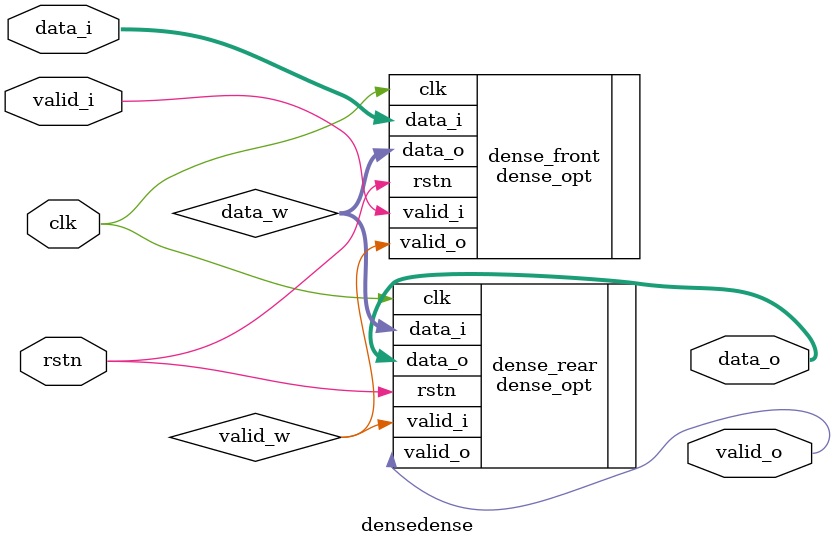
<source format=v>
module densedense #(
	parameter	DATA_WIDTH	= 8,
	parameter	NUMI_ONCE = 2*64
) (
	input								clk,
	input								rstn,
	input	[DATA_WIDTH*NUMI_ONCE-1:0]	data_i,
	input								valid_i,
	output	[DATA_WIDTH-1:0]			data_o,
	output								valid_o
);

wire	[DATA_WIDTH-1:0]	data_w;
wire						valid_w;

dense_opt #(
	.BIASFILE	(	"mini_dense0_bias.txt"		),
	.KERNELFILE	(	"mini_dense0_kernel.txt"	),
	.H			(	2							),
	.W			(	2							),
	.DEPTH		(	64							),
	.BIAS		(	128							),
	.DATA_WIDTH	(	DATA_WIDTH					),
	.ONCE		(	64							),
	.ONCE_B		(	1							)
) dense_front (
	.clk		(	clk							),
	.rstn		(	rstn						),
	.valid_i	(	valid_i						),
	.data_i		(	data_i						),
	.data_o		(	data_w						),
	.valid_o	(	valid_w						)
);

dense_opt #(
	.BIASFILE	(	"mini_dense1_bias.txt"		),
	.KERNELFILE	(	"mini_dense1_kernel.txt"	),
	.H			(	1							),
	.W			(	1							),
	.DEPTH		(	128							),
	.BIAS		(	7							),
	.DATA_WIDTH	(	DATA_WIDTH					),
	.ONCE		(	1							),
	.ONCE_B		(	1							)
) dense_rear (
	.clk		(	clk							),
	.rstn		(	rstn						),
	.valid_i	(	valid_w						),
	.data_i		(	data_w						),
	.data_o		(	data_o						),
	.valid_o	(	valid_o						)
);

endmodule
</source>
